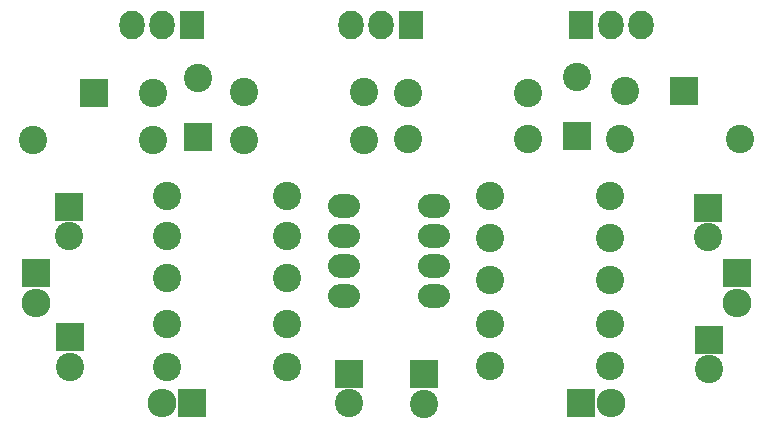
<source format=gbr>
G04 #@! TF.FileFunction,Soldermask,Bot*
%FSLAX46Y46*%
G04 Gerber Fmt 4.6, Leading zero omitted, Abs format (unit mm)*
G04 Created by KiCad (PCBNEW 4.0.7) date Sunday 08 October 2017 21:23:55*
%MOMM*%
%LPD*%
G01*
G04 APERTURE LIST*
%ADD10C,0.100000*%
%ADD11R,2.400000X2.400000*%
%ADD12C,2.400000*%
%ADD13R,2.127200X2.432000*%
%ADD14O,2.127200X2.432000*%
%ADD15R,2.432000X2.432000*%
%ADD16O,2.432000X2.432000*%
%ADD17C,2.398980*%
%ADD18O,2.700000X2.000000*%
G04 APERTURE END LIST*
D10*
D11*
X104650000Y-77410000D03*
D12*
X104650000Y-79910000D03*
D11*
X104710000Y-88460000D03*
D12*
X104710000Y-90960000D03*
D11*
X115560000Y-71550000D03*
D12*
X115560000Y-66550000D03*
D11*
X106690000Y-67820000D03*
D12*
X111690000Y-67820000D03*
D11*
X128360000Y-91570000D03*
D12*
X128360000Y-94070000D03*
D11*
X158700000Y-77510000D03*
D12*
X158700000Y-80010000D03*
D11*
X158760000Y-88700000D03*
D12*
X158760000Y-91200000D03*
D11*
X147630000Y-71440000D03*
D12*
X147630000Y-66440000D03*
D11*
X156650000Y-67660000D03*
D12*
X151650000Y-67660000D03*
D11*
X134640000Y-91590000D03*
D12*
X134640000Y-94090000D03*
D13*
X133540000Y-62000000D03*
D14*
X131000000Y-62000000D03*
X128460000Y-62000000D03*
D15*
X101810000Y-83000000D03*
D16*
X101810000Y-85540000D03*
D15*
X115000000Y-94000000D03*
D16*
X112460000Y-94000000D03*
D13*
X115000000Y-62000000D03*
D14*
X112460000Y-62000000D03*
X109920000Y-62000000D03*
D15*
X161210000Y-83000000D03*
D16*
X161210000Y-85540000D03*
D15*
X148000000Y-94000000D03*
D16*
X150540000Y-94000000D03*
D13*
X148000000Y-62000000D03*
D14*
X150540000Y-62000000D03*
X153080000Y-62000000D03*
D17*
X123040000Y-76530000D03*
X112880000Y-76530000D03*
X112890000Y-79910000D03*
X123050000Y-79910000D03*
X112890000Y-83440000D03*
X123050000Y-83440000D03*
X119410000Y-71730000D03*
X129570000Y-71730000D03*
X119390000Y-67710000D03*
X129550000Y-67710000D03*
X101530000Y-71760000D03*
X111690000Y-71760000D03*
X112890000Y-87380000D03*
X123050000Y-87380000D03*
X112890000Y-90990000D03*
X123050000Y-90990000D03*
X140230000Y-76510000D03*
X150390000Y-76510000D03*
X150380000Y-80030000D03*
X140220000Y-80030000D03*
X150380000Y-83620000D03*
X140220000Y-83620000D03*
X143510000Y-71720000D03*
X133350000Y-71720000D03*
X143460000Y-67750000D03*
X133300000Y-67750000D03*
X161400000Y-71670000D03*
X151240000Y-71670000D03*
X150380000Y-87310000D03*
X140220000Y-87310000D03*
X150390000Y-90940000D03*
X140230000Y-90940000D03*
D18*
X127940000Y-77350000D03*
X127940000Y-79890000D03*
X127940000Y-82430000D03*
X127940000Y-84970000D03*
X135560000Y-84970000D03*
X135560000Y-82430000D03*
X135560000Y-79890000D03*
X135560000Y-77350000D03*
M02*

</source>
